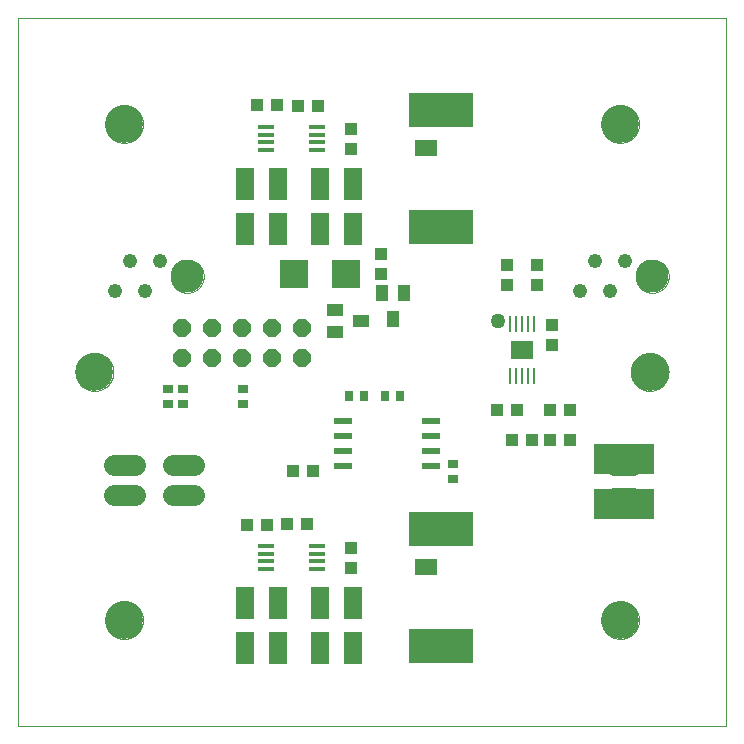
<source format=gts>
G75*
%MOIN*%
%OFA0B0*%
%FSLAX25Y25*%
%IPPOS*%
%LPD*%
%AMOC8*
5,1,8,0,0,1.08239X$1,22.5*
%
%ADD10C,0.00000*%
%ADD11C,0.12598*%
%ADD12C,0.11024*%
%ADD13R,0.03937X0.04331*%
%ADD14R,0.06299X0.10630*%
%ADD15R,0.04331X0.03937*%
%ADD16R,0.09449X0.09449*%
%ADD17R,0.05512X0.03937*%
%ADD18R,0.03937X0.05512*%
%ADD19R,0.05433X0.01772*%
%ADD20C,0.06000*%
%ADD21R,0.07480X0.05512*%
%ADD22R,0.21260X0.11417*%
%ADD23C,0.05000*%
%ADD24R,0.01100X0.05600*%
%ADD25R,0.07400X0.06200*%
%ADD26R,0.06100X0.02100*%
%ADD27R,0.03543X0.02756*%
%ADD28R,0.02756X0.03543*%
%ADD29OC8,0.06000*%
%ADD30C,0.07087*%
%ADD31C,0.04800*%
%ADD32R,0.20000X0.10000*%
D10*
X0001000Y0001000D02*
X0001000Y0237220D01*
X0237220Y0237220D01*
X0237220Y0001000D01*
X0001000Y0001000D01*
X0030134Y0036433D02*
X0030136Y0036591D01*
X0030142Y0036749D01*
X0030152Y0036907D01*
X0030166Y0037065D01*
X0030184Y0037222D01*
X0030205Y0037379D01*
X0030231Y0037535D01*
X0030261Y0037691D01*
X0030294Y0037846D01*
X0030332Y0037999D01*
X0030373Y0038152D01*
X0030418Y0038304D01*
X0030467Y0038455D01*
X0030520Y0038604D01*
X0030576Y0038752D01*
X0030636Y0038898D01*
X0030700Y0039043D01*
X0030768Y0039186D01*
X0030839Y0039328D01*
X0030913Y0039468D01*
X0030991Y0039605D01*
X0031073Y0039741D01*
X0031157Y0039875D01*
X0031246Y0040006D01*
X0031337Y0040135D01*
X0031432Y0040262D01*
X0031529Y0040387D01*
X0031630Y0040509D01*
X0031734Y0040628D01*
X0031841Y0040745D01*
X0031951Y0040859D01*
X0032064Y0040970D01*
X0032179Y0041079D01*
X0032297Y0041184D01*
X0032418Y0041286D01*
X0032541Y0041386D01*
X0032667Y0041482D01*
X0032795Y0041575D01*
X0032925Y0041665D01*
X0033058Y0041751D01*
X0033193Y0041835D01*
X0033329Y0041914D01*
X0033468Y0041991D01*
X0033609Y0042063D01*
X0033751Y0042133D01*
X0033895Y0042198D01*
X0034041Y0042260D01*
X0034188Y0042318D01*
X0034337Y0042373D01*
X0034487Y0042424D01*
X0034638Y0042471D01*
X0034790Y0042514D01*
X0034943Y0042553D01*
X0035098Y0042589D01*
X0035253Y0042620D01*
X0035409Y0042648D01*
X0035565Y0042672D01*
X0035722Y0042692D01*
X0035880Y0042708D01*
X0036037Y0042720D01*
X0036196Y0042728D01*
X0036354Y0042732D01*
X0036512Y0042732D01*
X0036670Y0042728D01*
X0036829Y0042720D01*
X0036986Y0042708D01*
X0037144Y0042692D01*
X0037301Y0042672D01*
X0037457Y0042648D01*
X0037613Y0042620D01*
X0037768Y0042589D01*
X0037923Y0042553D01*
X0038076Y0042514D01*
X0038228Y0042471D01*
X0038379Y0042424D01*
X0038529Y0042373D01*
X0038678Y0042318D01*
X0038825Y0042260D01*
X0038971Y0042198D01*
X0039115Y0042133D01*
X0039257Y0042063D01*
X0039398Y0041991D01*
X0039537Y0041914D01*
X0039673Y0041835D01*
X0039808Y0041751D01*
X0039941Y0041665D01*
X0040071Y0041575D01*
X0040199Y0041482D01*
X0040325Y0041386D01*
X0040448Y0041286D01*
X0040569Y0041184D01*
X0040687Y0041079D01*
X0040802Y0040970D01*
X0040915Y0040859D01*
X0041025Y0040745D01*
X0041132Y0040628D01*
X0041236Y0040509D01*
X0041337Y0040387D01*
X0041434Y0040262D01*
X0041529Y0040135D01*
X0041620Y0040006D01*
X0041709Y0039875D01*
X0041793Y0039741D01*
X0041875Y0039605D01*
X0041953Y0039468D01*
X0042027Y0039328D01*
X0042098Y0039186D01*
X0042166Y0039043D01*
X0042230Y0038898D01*
X0042290Y0038752D01*
X0042346Y0038604D01*
X0042399Y0038455D01*
X0042448Y0038304D01*
X0042493Y0038152D01*
X0042534Y0037999D01*
X0042572Y0037846D01*
X0042605Y0037691D01*
X0042635Y0037535D01*
X0042661Y0037379D01*
X0042682Y0037222D01*
X0042700Y0037065D01*
X0042714Y0036907D01*
X0042724Y0036749D01*
X0042730Y0036591D01*
X0042732Y0036433D01*
X0042730Y0036275D01*
X0042724Y0036117D01*
X0042714Y0035959D01*
X0042700Y0035801D01*
X0042682Y0035644D01*
X0042661Y0035487D01*
X0042635Y0035331D01*
X0042605Y0035175D01*
X0042572Y0035020D01*
X0042534Y0034867D01*
X0042493Y0034714D01*
X0042448Y0034562D01*
X0042399Y0034411D01*
X0042346Y0034262D01*
X0042290Y0034114D01*
X0042230Y0033968D01*
X0042166Y0033823D01*
X0042098Y0033680D01*
X0042027Y0033538D01*
X0041953Y0033398D01*
X0041875Y0033261D01*
X0041793Y0033125D01*
X0041709Y0032991D01*
X0041620Y0032860D01*
X0041529Y0032731D01*
X0041434Y0032604D01*
X0041337Y0032479D01*
X0041236Y0032357D01*
X0041132Y0032238D01*
X0041025Y0032121D01*
X0040915Y0032007D01*
X0040802Y0031896D01*
X0040687Y0031787D01*
X0040569Y0031682D01*
X0040448Y0031580D01*
X0040325Y0031480D01*
X0040199Y0031384D01*
X0040071Y0031291D01*
X0039941Y0031201D01*
X0039808Y0031115D01*
X0039673Y0031031D01*
X0039537Y0030952D01*
X0039398Y0030875D01*
X0039257Y0030803D01*
X0039115Y0030733D01*
X0038971Y0030668D01*
X0038825Y0030606D01*
X0038678Y0030548D01*
X0038529Y0030493D01*
X0038379Y0030442D01*
X0038228Y0030395D01*
X0038076Y0030352D01*
X0037923Y0030313D01*
X0037768Y0030277D01*
X0037613Y0030246D01*
X0037457Y0030218D01*
X0037301Y0030194D01*
X0037144Y0030174D01*
X0036986Y0030158D01*
X0036829Y0030146D01*
X0036670Y0030138D01*
X0036512Y0030134D01*
X0036354Y0030134D01*
X0036196Y0030138D01*
X0036037Y0030146D01*
X0035880Y0030158D01*
X0035722Y0030174D01*
X0035565Y0030194D01*
X0035409Y0030218D01*
X0035253Y0030246D01*
X0035098Y0030277D01*
X0034943Y0030313D01*
X0034790Y0030352D01*
X0034638Y0030395D01*
X0034487Y0030442D01*
X0034337Y0030493D01*
X0034188Y0030548D01*
X0034041Y0030606D01*
X0033895Y0030668D01*
X0033751Y0030733D01*
X0033609Y0030803D01*
X0033468Y0030875D01*
X0033329Y0030952D01*
X0033193Y0031031D01*
X0033058Y0031115D01*
X0032925Y0031201D01*
X0032795Y0031291D01*
X0032667Y0031384D01*
X0032541Y0031480D01*
X0032418Y0031580D01*
X0032297Y0031682D01*
X0032179Y0031787D01*
X0032064Y0031896D01*
X0031951Y0032007D01*
X0031841Y0032121D01*
X0031734Y0032238D01*
X0031630Y0032357D01*
X0031529Y0032479D01*
X0031432Y0032604D01*
X0031337Y0032731D01*
X0031246Y0032860D01*
X0031157Y0032991D01*
X0031073Y0033125D01*
X0030991Y0033261D01*
X0030913Y0033398D01*
X0030839Y0033538D01*
X0030768Y0033680D01*
X0030700Y0033823D01*
X0030636Y0033968D01*
X0030576Y0034114D01*
X0030520Y0034262D01*
X0030467Y0034411D01*
X0030418Y0034562D01*
X0030373Y0034714D01*
X0030332Y0034867D01*
X0030294Y0035020D01*
X0030261Y0035175D01*
X0030231Y0035331D01*
X0030205Y0035487D01*
X0030184Y0035644D01*
X0030166Y0035801D01*
X0030152Y0035959D01*
X0030142Y0036117D01*
X0030136Y0036275D01*
X0030134Y0036433D01*
X0020292Y0119110D02*
X0020294Y0119268D01*
X0020300Y0119426D01*
X0020310Y0119584D01*
X0020324Y0119742D01*
X0020342Y0119899D01*
X0020363Y0120056D01*
X0020389Y0120212D01*
X0020419Y0120368D01*
X0020452Y0120523D01*
X0020490Y0120676D01*
X0020531Y0120829D01*
X0020576Y0120981D01*
X0020625Y0121132D01*
X0020678Y0121281D01*
X0020734Y0121429D01*
X0020794Y0121575D01*
X0020858Y0121720D01*
X0020926Y0121863D01*
X0020997Y0122005D01*
X0021071Y0122145D01*
X0021149Y0122282D01*
X0021231Y0122418D01*
X0021315Y0122552D01*
X0021404Y0122683D01*
X0021495Y0122812D01*
X0021590Y0122939D01*
X0021687Y0123064D01*
X0021788Y0123186D01*
X0021892Y0123305D01*
X0021999Y0123422D01*
X0022109Y0123536D01*
X0022222Y0123647D01*
X0022337Y0123756D01*
X0022455Y0123861D01*
X0022576Y0123963D01*
X0022699Y0124063D01*
X0022825Y0124159D01*
X0022953Y0124252D01*
X0023083Y0124342D01*
X0023216Y0124428D01*
X0023351Y0124512D01*
X0023487Y0124591D01*
X0023626Y0124668D01*
X0023767Y0124740D01*
X0023909Y0124810D01*
X0024053Y0124875D01*
X0024199Y0124937D01*
X0024346Y0124995D01*
X0024495Y0125050D01*
X0024645Y0125101D01*
X0024796Y0125148D01*
X0024948Y0125191D01*
X0025101Y0125230D01*
X0025256Y0125266D01*
X0025411Y0125297D01*
X0025567Y0125325D01*
X0025723Y0125349D01*
X0025880Y0125369D01*
X0026038Y0125385D01*
X0026195Y0125397D01*
X0026354Y0125405D01*
X0026512Y0125409D01*
X0026670Y0125409D01*
X0026828Y0125405D01*
X0026987Y0125397D01*
X0027144Y0125385D01*
X0027302Y0125369D01*
X0027459Y0125349D01*
X0027615Y0125325D01*
X0027771Y0125297D01*
X0027926Y0125266D01*
X0028081Y0125230D01*
X0028234Y0125191D01*
X0028386Y0125148D01*
X0028537Y0125101D01*
X0028687Y0125050D01*
X0028836Y0124995D01*
X0028983Y0124937D01*
X0029129Y0124875D01*
X0029273Y0124810D01*
X0029415Y0124740D01*
X0029556Y0124668D01*
X0029695Y0124591D01*
X0029831Y0124512D01*
X0029966Y0124428D01*
X0030099Y0124342D01*
X0030229Y0124252D01*
X0030357Y0124159D01*
X0030483Y0124063D01*
X0030606Y0123963D01*
X0030727Y0123861D01*
X0030845Y0123756D01*
X0030960Y0123647D01*
X0031073Y0123536D01*
X0031183Y0123422D01*
X0031290Y0123305D01*
X0031394Y0123186D01*
X0031495Y0123064D01*
X0031592Y0122939D01*
X0031687Y0122812D01*
X0031778Y0122683D01*
X0031867Y0122552D01*
X0031951Y0122418D01*
X0032033Y0122282D01*
X0032111Y0122145D01*
X0032185Y0122005D01*
X0032256Y0121863D01*
X0032324Y0121720D01*
X0032388Y0121575D01*
X0032448Y0121429D01*
X0032504Y0121281D01*
X0032557Y0121132D01*
X0032606Y0120981D01*
X0032651Y0120829D01*
X0032692Y0120676D01*
X0032730Y0120523D01*
X0032763Y0120368D01*
X0032793Y0120212D01*
X0032819Y0120056D01*
X0032840Y0119899D01*
X0032858Y0119742D01*
X0032872Y0119584D01*
X0032882Y0119426D01*
X0032888Y0119268D01*
X0032890Y0119110D01*
X0032888Y0118952D01*
X0032882Y0118794D01*
X0032872Y0118636D01*
X0032858Y0118478D01*
X0032840Y0118321D01*
X0032819Y0118164D01*
X0032793Y0118008D01*
X0032763Y0117852D01*
X0032730Y0117697D01*
X0032692Y0117544D01*
X0032651Y0117391D01*
X0032606Y0117239D01*
X0032557Y0117088D01*
X0032504Y0116939D01*
X0032448Y0116791D01*
X0032388Y0116645D01*
X0032324Y0116500D01*
X0032256Y0116357D01*
X0032185Y0116215D01*
X0032111Y0116075D01*
X0032033Y0115938D01*
X0031951Y0115802D01*
X0031867Y0115668D01*
X0031778Y0115537D01*
X0031687Y0115408D01*
X0031592Y0115281D01*
X0031495Y0115156D01*
X0031394Y0115034D01*
X0031290Y0114915D01*
X0031183Y0114798D01*
X0031073Y0114684D01*
X0030960Y0114573D01*
X0030845Y0114464D01*
X0030727Y0114359D01*
X0030606Y0114257D01*
X0030483Y0114157D01*
X0030357Y0114061D01*
X0030229Y0113968D01*
X0030099Y0113878D01*
X0029966Y0113792D01*
X0029831Y0113708D01*
X0029695Y0113629D01*
X0029556Y0113552D01*
X0029415Y0113480D01*
X0029273Y0113410D01*
X0029129Y0113345D01*
X0028983Y0113283D01*
X0028836Y0113225D01*
X0028687Y0113170D01*
X0028537Y0113119D01*
X0028386Y0113072D01*
X0028234Y0113029D01*
X0028081Y0112990D01*
X0027926Y0112954D01*
X0027771Y0112923D01*
X0027615Y0112895D01*
X0027459Y0112871D01*
X0027302Y0112851D01*
X0027144Y0112835D01*
X0026987Y0112823D01*
X0026828Y0112815D01*
X0026670Y0112811D01*
X0026512Y0112811D01*
X0026354Y0112815D01*
X0026195Y0112823D01*
X0026038Y0112835D01*
X0025880Y0112851D01*
X0025723Y0112871D01*
X0025567Y0112895D01*
X0025411Y0112923D01*
X0025256Y0112954D01*
X0025101Y0112990D01*
X0024948Y0113029D01*
X0024796Y0113072D01*
X0024645Y0113119D01*
X0024495Y0113170D01*
X0024346Y0113225D01*
X0024199Y0113283D01*
X0024053Y0113345D01*
X0023909Y0113410D01*
X0023767Y0113480D01*
X0023626Y0113552D01*
X0023487Y0113629D01*
X0023351Y0113708D01*
X0023216Y0113792D01*
X0023083Y0113878D01*
X0022953Y0113968D01*
X0022825Y0114061D01*
X0022699Y0114157D01*
X0022576Y0114257D01*
X0022455Y0114359D01*
X0022337Y0114464D01*
X0022222Y0114573D01*
X0022109Y0114684D01*
X0021999Y0114798D01*
X0021892Y0114915D01*
X0021788Y0115034D01*
X0021687Y0115156D01*
X0021590Y0115281D01*
X0021495Y0115408D01*
X0021404Y0115537D01*
X0021315Y0115668D01*
X0021231Y0115802D01*
X0021149Y0115938D01*
X0021071Y0116075D01*
X0020997Y0116215D01*
X0020926Y0116357D01*
X0020858Y0116500D01*
X0020794Y0116645D01*
X0020734Y0116791D01*
X0020678Y0116939D01*
X0020625Y0117088D01*
X0020576Y0117239D01*
X0020531Y0117391D01*
X0020490Y0117544D01*
X0020452Y0117697D01*
X0020419Y0117852D01*
X0020389Y0118008D01*
X0020363Y0118164D01*
X0020342Y0118321D01*
X0020324Y0118478D01*
X0020310Y0118636D01*
X0020300Y0118794D01*
X0020294Y0118952D01*
X0020292Y0119110D01*
X0051988Y0151000D02*
X0051990Y0151148D01*
X0051996Y0151296D01*
X0052006Y0151444D01*
X0052020Y0151591D01*
X0052038Y0151738D01*
X0052059Y0151884D01*
X0052085Y0152030D01*
X0052115Y0152175D01*
X0052148Y0152319D01*
X0052186Y0152462D01*
X0052227Y0152604D01*
X0052272Y0152745D01*
X0052320Y0152885D01*
X0052373Y0153024D01*
X0052429Y0153161D01*
X0052489Y0153296D01*
X0052552Y0153430D01*
X0052619Y0153562D01*
X0052690Y0153692D01*
X0052764Y0153820D01*
X0052841Y0153946D01*
X0052922Y0154070D01*
X0053006Y0154192D01*
X0053093Y0154311D01*
X0053184Y0154428D01*
X0053278Y0154543D01*
X0053374Y0154655D01*
X0053474Y0154765D01*
X0053576Y0154871D01*
X0053682Y0154975D01*
X0053790Y0155076D01*
X0053901Y0155174D01*
X0054014Y0155270D01*
X0054130Y0155362D01*
X0054248Y0155451D01*
X0054369Y0155536D01*
X0054492Y0155619D01*
X0054617Y0155698D01*
X0054744Y0155774D01*
X0054873Y0155846D01*
X0055004Y0155915D01*
X0055137Y0155980D01*
X0055272Y0156041D01*
X0055408Y0156099D01*
X0055545Y0156154D01*
X0055684Y0156204D01*
X0055825Y0156251D01*
X0055966Y0156294D01*
X0056109Y0156334D01*
X0056253Y0156369D01*
X0056397Y0156401D01*
X0056543Y0156428D01*
X0056689Y0156452D01*
X0056836Y0156472D01*
X0056983Y0156488D01*
X0057130Y0156500D01*
X0057278Y0156508D01*
X0057426Y0156512D01*
X0057574Y0156512D01*
X0057722Y0156508D01*
X0057870Y0156500D01*
X0058017Y0156488D01*
X0058164Y0156472D01*
X0058311Y0156452D01*
X0058457Y0156428D01*
X0058603Y0156401D01*
X0058747Y0156369D01*
X0058891Y0156334D01*
X0059034Y0156294D01*
X0059175Y0156251D01*
X0059316Y0156204D01*
X0059455Y0156154D01*
X0059592Y0156099D01*
X0059728Y0156041D01*
X0059863Y0155980D01*
X0059996Y0155915D01*
X0060127Y0155846D01*
X0060256Y0155774D01*
X0060383Y0155698D01*
X0060508Y0155619D01*
X0060631Y0155536D01*
X0060752Y0155451D01*
X0060870Y0155362D01*
X0060986Y0155270D01*
X0061099Y0155174D01*
X0061210Y0155076D01*
X0061318Y0154975D01*
X0061424Y0154871D01*
X0061526Y0154765D01*
X0061626Y0154655D01*
X0061722Y0154543D01*
X0061816Y0154428D01*
X0061907Y0154311D01*
X0061994Y0154192D01*
X0062078Y0154070D01*
X0062159Y0153946D01*
X0062236Y0153820D01*
X0062310Y0153692D01*
X0062381Y0153562D01*
X0062448Y0153430D01*
X0062511Y0153296D01*
X0062571Y0153161D01*
X0062627Y0153024D01*
X0062680Y0152885D01*
X0062728Y0152745D01*
X0062773Y0152604D01*
X0062814Y0152462D01*
X0062852Y0152319D01*
X0062885Y0152175D01*
X0062915Y0152030D01*
X0062941Y0151884D01*
X0062962Y0151738D01*
X0062980Y0151591D01*
X0062994Y0151444D01*
X0063004Y0151296D01*
X0063010Y0151148D01*
X0063012Y0151000D01*
X0063010Y0150852D01*
X0063004Y0150704D01*
X0062994Y0150556D01*
X0062980Y0150409D01*
X0062962Y0150262D01*
X0062941Y0150116D01*
X0062915Y0149970D01*
X0062885Y0149825D01*
X0062852Y0149681D01*
X0062814Y0149538D01*
X0062773Y0149396D01*
X0062728Y0149255D01*
X0062680Y0149115D01*
X0062627Y0148976D01*
X0062571Y0148839D01*
X0062511Y0148704D01*
X0062448Y0148570D01*
X0062381Y0148438D01*
X0062310Y0148308D01*
X0062236Y0148180D01*
X0062159Y0148054D01*
X0062078Y0147930D01*
X0061994Y0147808D01*
X0061907Y0147689D01*
X0061816Y0147572D01*
X0061722Y0147457D01*
X0061626Y0147345D01*
X0061526Y0147235D01*
X0061424Y0147129D01*
X0061318Y0147025D01*
X0061210Y0146924D01*
X0061099Y0146826D01*
X0060986Y0146730D01*
X0060870Y0146638D01*
X0060752Y0146549D01*
X0060631Y0146464D01*
X0060508Y0146381D01*
X0060383Y0146302D01*
X0060256Y0146226D01*
X0060127Y0146154D01*
X0059996Y0146085D01*
X0059863Y0146020D01*
X0059728Y0145959D01*
X0059592Y0145901D01*
X0059455Y0145846D01*
X0059316Y0145796D01*
X0059175Y0145749D01*
X0059034Y0145706D01*
X0058891Y0145666D01*
X0058747Y0145631D01*
X0058603Y0145599D01*
X0058457Y0145572D01*
X0058311Y0145548D01*
X0058164Y0145528D01*
X0058017Y0145512D01*
X0057870Y0145500D01*
X0057722Y0145492D01*
X0057574Y0145488D01*
X0057426Y0145488D01*
X0057278Y0145492D01*
X0057130Y0145500D01*
X0056983Y0145512D01*
X0056836Y0145528D01*
X0056689Y0145548D01*
X0056543Y0145572D01*
X0056397Y0145599D01*
X0056253Y0145631D01*
X0056109Y0145666D01*
X0055966Y0145706D01*
X0055825Y0145749D01*
X0055684Y0145796D01*
X0055545Y0145846D01*
X0055408Y0145901D01*
X0055272Y0145959D01*
X0055137Y0146020D01*
X0055004Y0146085D01*
X0054873Y0146154D01*
X0054744Y0146226D01*
X0054617Y0146302D01*
X0054492Y0146381D01*
X0054369Y0146464D01*
X0054248Y0146549D01*
X0054130Y0146638D01*
X0054014Y0146730D01*
X0053901Y0146826D01*
X0053790Y0146924D01*
X0053682Y0147025D01*
X0053576Y0147129D01*
X0053474Y0147235D01*
X0053374Y0147345D01*
X0053278Y0147457D01*
X0053184Y0147572D01*
X0053093Y0147689D01*
X0053006Y0147808D01*
X0052922Y0147930D01*
X0052841Y0148054D01*
X0052764Y0148180D01*
X0052690Y0148308D01*
X0052619Y0148438D01*
X0052552Y0148570D01*
X0052489Y0148704D01*
X0052429Y0148839D01*
X0052373Y0148976D01*
X0052320Y0149115D01*
X0052272Y0149255D01*
X0052227Y0149396D01*
X0052186Y0149538D01*
X0052148Y0149681D01*
X0052115Y0149825D01*
X0052085Y0149970D01*
X0052059Y0150116D01*
X0052038Y0150262D01*
X0052020Y0150409D01*
X0052006Y0150556D01*
X0051996Y0150704D01*
X0051990Y0150852D01*
X0051988Y0151000D01*
X0030134Y0201787D02*
X0030136Y0201945D01*
X0030142Y0202103D01*
X0030152Y0202261D01*
X0030166Y0202419D01*
X0030184Y0202576D01*
X0030205Y0202733D01*
X0030231Y0202889D01*
X0030261Y0203045D01*
X0030294Y0203200D01*
X0030332Y0203353D01*
X0030373Y0203506D01*
X0030418Y0203658D01*
X0030467Y0203809D01*
X0030520Y0203958D01*
X0030576Y0204106D01*
X0030636Y0204252D01*
X0030700Y0204397D01*
X0030768Y0204540D01*
X0030839Y0204682D01*
X0030913Y0204822D01*
X0030991Y0204959D01*
X0031073Y0205095D01*
X0031157Y0205229D01*
X0031246Y0205360D01*
X0031337Y0205489D01*
X0031432Y0205616D01*
X0031529Y0205741D01*
X0031630Y0205863D01*
X0031734Y0205982D01*
X0031841Y0206099D01*
X0031951Y0206213D01*
X0032064Y0206324D01*
X0032179Y0206433D01*
X0032297Y0206538D01*
X0032418Y0206640D01*
X0032541Y0206740D01*
X0032667Y0206836D01*
X0032795Y0206929D01*
X0032925Y0207019D01*
X0033058Y0207105D01*
X0033193Y0207189D01*
X0033329Y0207268D01*
X0033468Y0207345D01*
X0033609Y0207417D01*
X0033751Y0207487D01*
X0033895Y0207552D01*
X0034041Y0207614D01*
X0034188Y0207672D01*
X0034337Y0207727D01*
X0034487Y0207778D01*
X0034638Y0207825D01*
X0034790Y0207868D01*
X0034943Y0207907D01*
X0035098Y0207943D01*
X0035253Y0207974D01*
X0035409Y0208002D01*
X0035565Y0208026D01*
X0035722Y0208046D01*
X0035880Y0208062D01*
X0036037Y0208074D01*
X0036196Y0208082D01*
X0036354Y0208086D01*
X0036512Y0208086D01*
X0036670Y0208082D01*
X0036829Y0208074D01*
X0036986Y0208062D01*
X0037144Y0208046D01*
X0037301Y0208026D01*
X0037457Y0208002D01*
X0037613Y0207974D01*
X0037768Y0207943D01*
X0037923Y0207907D01*
X0038076Y0207868D01*
X0038228Y0207825D01*
X0038379Y0207778D01*
X0038529Y0207727D01*
X0038678Y0207672D01*
X0038825Y0207614D01*
X0038971Y0207552D01*
X0039115Y0207487D01*
X0039257Y0207417D01*
X0039398Y0207345D01*
X0039537Y0207268D01*
X0039673Y0207189D01*
X0039808Y0207105D01*
X0039941Y0207019D01*
X0040071Y0206929D01*
X0040199Y0206836D01*
X0040325Y0206740D01*
X0040448Y0206640D01*
X0040569Y0206538D01*
X0040687Y0206433D01*
X0040802Y0206324D01*
X0040915Y0206213D01*
X0041025Y0206099D01*
X0041132Y0205982D01*
X0041236Y0205863D01*
X0041337Y0205741D01*
X0041434Y0205616D01*
X0041529Y0205489D01*
X0041620Y0205360D01*
X0041709Y0205229D01*
X0041793Y0205095D01*
X0041875Y0204959D01*
X0041953Y0204822D01*
X0042027Y0204682D01*
X0042098Y0204540D01*
X0042166Y0204397D01*
X0042230Y0204252D01*
X0042290Y0204106D01*
X0042346Y0203958D01*
X0042399Y0203809D01*
X0042448Y0203658D01*
X0042493Y0203506D01*
X0042534Y0203353D01*
X0042572Y0203200D01*
X0042605Y0203045D01*
X0042635Y0202889D01*
X0042661Y0202733D01*
X0042682Y0202576D01*
X0042700Y0202419D01*
X0042714Y0202261D01*
X0042724Y0202103D01*
X0042730Y0201945D01*
X0042732Y0201787D01*
X0042730Y0201629D01*
X0042724Y0201471D01*
X0042714Y0201313D01*
X0042700Y0201155D01*
X0042682Y0200998D01*
X0042661Y0200841D01*
X0042635Y0200685D01*
X0042605Y0200529D01*
X0042572Y0200374D01*
X0042534Y0200221D01*
X0042493Y0200068D01*
X0042448Y0199916D01*
X0042399Y0199765D01*
X0042346Y0199616D01*
X0042290Y0199468D01*
X0042230Y0199322D01*
X0042166Y0199177D01*
X0042098Y0199034D01*
X0042027Y0198892D01*
X0041953Y0198752D01*
X0041875Y0198615D01*
X0041793Y0198479D01*
X0041709Y0198345D01*
X0041620Y0198214D01*
X0041529Y0198085D01*
X0041434Y0197958D01*
X0041337Y0197833D01*
X0041236Y0197711D01*
X0041132Y0197592D01*
X0041025Y0197475D01*
X0040915Y0197361D01*
X0040802Y0197250D01*
X0040687Y0197141D01*
X0040569Y0197036D01*
X0040448Y0196934D01*
X0040325Y0196834D01*
X0040199Y0196738D01*
X0040071Y0196645D01*
X0039941Y0196555D01*
X0039808Y0196469D01*
X0039673Y0196385D01*
X0039537Y0196306D01*
X0039398Y0196229D01*
X0039257Y0196157D01*
X0039115Y0196087D01*
X0038971Y0196022D01*
X0038825Y0195960D01*
X0038678Y0195902D01*
X0038529Y0195847D01*
X0038379Y0195796D01*
X0038228Y0195749D01*
X0038076Y0195706D01*
X0037923Y0195667D01*
X0037768Y0195631D01*
X0037613Y0195600D01*
X0037457Y0195572D01*
X0037301Y0195548D01*
X0037144Y0195528D01*
X0036986Y0195512D01*
X0036829Y0195500D01*
X0036670Y0195492D01*
X0036512Y0195488D01*
X0036354Y0195488D01*
X0036196Y0195492D01*
X0036037Y0195500D01*
X0035880Y0195512D01*
X0035722Y0195528D01*
X0035565Y0195548D01*
X0035409Y0195572D01*
X0035253Y0195600D01*
X0035098Y0195631D01*
X0034943Y0195667D01*
X0034790Y0195706D01*
X0034638Y0195749D01*
X0034487Y0195796D01*
X0034337Y0195847D01*
X0034188Y0195902D01*
X0034041Y0195960D01*
X0033895Y0196022D01*
X0033751Y0196087D01*
X0033609Y0196157D01*
X0033468Y0196229D01*
X0033329Y0196306D01*
X0033193Y0196385D01*
X0033058Y0196469D01*
X0032925Y0196555D01*
X0032795Y0196645D01*
X0032667Y0196738D01*
X0032541Y0196834D01*
X0032418Y0196934D01*
X0032297Y0197036D01*
X0032179Y0197141D01*
X0032064Y0197250D01*
X0031951Y0197361D01*
X0031841Y0197475D01*
X0031734Y0197592D01*
X0031630Y0197711D01*
X0031529Y0197833D01*
X0031432Y0197958D01*
X0031337Y0198085D01*
X0031246Y0198214D01*
X0031157Y0198345D01*
X0031073Y0198479D01*
X0030991Y0198615D01*
X0030913Y0198752D01*
X0030839Y0198892D01*
X0030768Y0199034D01*
X0030700Y0199177D01*
X0030636Y0199322D01*
X0030576Y0199468D01*
X0030520Y0199616D01*
X0030467Y0199765D01*
X0030418Y0199916D01*
X0030373Y0200068D01*
X0030332Y0200221D01*
X0030294Y0200374D01*
X0030261Y0200529D01*
X0030231Y0200685D01*
X0030205Y0200841D01*
X0030184Y0200998D01*
X0030166Y0201155D01*
X0030152Y0201313D01*
X0030142Y0201471D01*
X0030136Y0201629D01*
X0030134Y0201787D01*
X0195488Y0201787D02*
X0195490Y0201945D01*
X0195496Y0202103D01*
X0195506Y0202261D01*
X0195520Y0202419D01*
X0195538Y0202576D01*
X0195559Y0202733D01*
X0195585Y0202889D01*
X0195615Y0203045D01*
X0195648Y0203200D01*
X0195686Y0203353D01*
X0195727Y0203506D01*
X0195772Y0203658D01*
X0195821Y0203809D01*
X0195874Y0203958D01*
X0195930Y0204106D01*
X0195990Y0204252D01*
X0196054Y0204397D01*
X0196122Y0204540D01*
X0196193Y0204682D01*
X0196267Y0204822D01*
X0196345Y0204959D01*
X0196427Y0205095D01*
X0196511Y0205229D01*
X0196600Y0205360D01*
X0196691Y0205489D01*
X0196786Y0205616D01*
X0196883Y0205741D01*
X0196984Y0205863D01*
X0197088Y0205982D01*
X0197195Y0206099D01*
X0197305Y0206213D01*
X0197418Y0206324D01*
X0197533Y0206433D01*
X0197651Y0206538D01*
X0197772Y0206640D01*
X0197895Y0206740D01*
X0198021Y0206836D01*
X0198149Y0206929D01*
X0198279Y0207019D01*
X0198412Y0207105D01*
X0198547Y0207189D01*
X0198683Y0207268D01*
X0198822Y0207345D01*
X0198963Y0207417D01*
X0199105Y0207487D01*
X0199249Y0207552D01*
X0199395Y0207614D01*
X0199542Y0207672D01*
X0199691Y0207727D01*
X0199841Y0207778D01*
X0199992Y0207825D01*
X0200144Y0207868D01*
X0200297Y0207907D01*
X0200452Y0207943D01*
X0200607Y0207974D01*
X0200763Y0208002D01*
X0200919Y0208026D01*
X0201076Y0208046D01*
X0201234Y0208062D01*
X0201391Y0208074D01*
X0201550Y0208082D01*
X0201708Y0208086D01*
X0201866Y0208086D01*
X0202024Y0208082D01*
X0202183Y0208074D01*
X0202340Y0208062D01*
X0202498Y0208046D01*
X0202655Y0208026D01*
X0202811Y0208002D01*
X0202967Y0207974D01*
X0203122Y0207943D01*
X0203277Y0207907D01*
X0203430Y0207868D01*
X0203582Y0207825D01*
X0203733Y0207778D01*
X0203883Y0207727D01*
X0204032Y0207672D01*
X0204179Y0207614D01*
X0204325Y0207552D01*
X0204469Y0207487D01*
X0204611Y0207417D01*
X0204752Y0207345D01*
X0204891Y0207268D01*
X0205027Y0207189D01*
X0205162Y0207105D01*
X0205295Y0207019D01*
X0205425Y0206929D01*
X0205553Y0206836D01*
X0205679Y0206740D01*
X0205802Y0206640D01*
X0205923Y0206538D01*
X0206041Y0206433D01*
X0206156Y0206324D01*
X0206269Y0206213D01*
X0206379Y0206099D01*
X0206486Y0205982D01*
X0206590Y0205863D01*
X0206691Y0205741D01*
X0206788Y0205616D01*
X0206883Y0205489D01*
X0206974Y0205360D01*
X0207063Y0205229D01*
X0207147Y0205095D01*
X0207229Y0204959D01*
X0207307Y0204822D01*
X0207381Y0204682D01*
X0207452Y0204540D01*
X0207520Y0204397D01*
X0207584Y0204252D01*
X0207644Y0204106D01*
X0207700Y0203958D01*
X0207753Y0203809D01*
X0207802Y0203658D01*
X0207847Y0203506D01*
X0207888Y0203353D01*
X0207926Y0203200D01*
X0207959Y0203045D01*
X0207989Y0202889D01*
X0208015Y0202733D01*
X0208036Y0202576D01*
X0208054Y0202419D01*
X0208068Y0202261D01*
X0208078Y0202103D01*
X0208084Y0201945D01*
X0208086Y0201787D01*
X0208084Y0201629D01*
X0208078Y0201471D01*
X0208068Y0201313D01*
X0208054Y0201155D01*
X0208036Y0200998D01*
X0208015Y0200841D01*
X0207989Y0200685D01*
X0207959Y0200529D01*
X0207926Y0200374D01*
X0207888Y0200221D01*
X0207847Y0200068D01*
X0207802Y0199916D01*
X0207753Y0199765D01*
X0207700Y0199616D01*
X0207644Y0199468D01*
X0207584Y0199322D01*
X0207520Y0199177D01*
X0207452Y0199034D01*
X0207381Y0198892D01*
X0207307Y0198752D01*
X0207229Y0198615D01*
X0207147Y0198479D01*
X0207063Y0198345D01*
X0206974Y0198214D01*
X0206883Y0198085D01*
X0206788Y0197958D01*
X0206691Y0197833D01*
X0206590Y0197711D01*
X0206486Y0197592D01*
X0206379Y0197475D01*
X0206269Y0197361D01*
X0206156Y0197250D01*
X0206041Y0197141D01*
X0205923Y0197036D01*
X0205802Y0196934D01*
X0205679Y0196834D01*
X0205553Y0196738D01*
X0205425Y0196645D01*
X0205295Y0196555D01*
X0205162Y0196469D01*
X0205027Y0196385D01*
X0204891Y0196306D01*
X0204752Y0196229D01*
X0204611Y0196157D01*
X0204469Y0196087D01*
X0204325Y0196022D01*
X0204179Y0195960D01*
X0204032Y0195902D01*
X0203883Y0195847D01*
X0203733Y0195796D01*
X0203582Y0195749D01*
X0203430Y0195706D01*
X0203277Y0195667D01*
X0203122Y0195631D01*
X0202967Y0195600D01*
X0202811Y0195572D01*
X0202655Y0195548D01*
X0202498Y0195528D01*
X0202340Y0195512D01*
X0202183Y0195500D01*
X0202024Y0195492D01*
X0201866Y0195488D01*
X0201708Y0195488D01*
X0201550Y0195492D01*
X0201391Y0195500D01*
X0201234Y0195512D01*
X0201076Y0195528D01*
X0200919Y0195548D01*
X0200763Y0195572D01*
X0200607Y0195600D01*
X0200452Y0195631D01*
X0200297Y0195667D01*
X0200144Y0195706D01*
X0199992Y0195749D01*
X0199841Y0195796D01*
X0199691Y0195847D01*
X0199542Y0195902D01*
X0199395Y0195960D01*
X0199249Y0196022D01*
X0199105Y0196087D01*
X0198963Y0196157D01*
X0198822Y0196229D01*
X0198683Y0196306D01*
X0198547Y0196385D01*
X0198412Y0196469D01*
X0198279Y0196555D01*
X0198149Y0196645D01*
X0198021Y0196738D01*
X0197895Y0196834D01*
X0197772Y0196934D01*
X0197651Y0197036D01*
X0197533Y0197141D01*
X0197418Y0197250D01*
X0197305Y0197361D01*
X0197195Y0197475D01*
X0197088Y0197592D01*
X0196984Y0197711D01*
X0196883Y0197833D01*
X0196786Y0197958D01*
X0196691Y0198085D01*
X0196600Y0198214D01*
X0196511Y0198345D01*
X0196427Y0198479D01*
X0196345Y0198615D01*
X0196267Y0198752D01*
X0196193Y0198892D01*
X0196122Y0199034D01*
X0196054Y0199177D01*
X0195990Y0199322D01*
X0195930Y0199468D01*
X0195874Y0199616D01*
X0195821Y0199765D01*
X0195772Y0199916D01*
X0195727Y0200068D01*
X0195686Y0200221D01*
X0195648Y0200374D01*
X0195615Y0200529D01*
X0195585Y0200685D01*
X0195559Y0200841D01*
X0195538Y0200998D01*
X0195520Y0201155D01*
X0195506Y0201313D01*
X0195496Y0201471D01*
X0195490Y0201629D01*
X0195488Y0201787D01*
X0206988Y0151000D02*
X0206990Y0151148D01*
X0206996Y0151296D01*
X0207006Y0151444D01*
X0207020Y0151591D01*
X0207038Y0151738D01*
X0207059Y0151884D01*
X0207085Y0152030D01*
X0207115Y0152175D01*
X0207148Y0152319D01*
X0207186Y0152462D01*
X0207227Y0152604D01*
X0207272Y0152745D01*
X0207320Y0152885D01*
X0207373Y0153024D01*
X0207429Y0153161D01*
X0207489Y0153296D01*
X0207552Y0153430D01*
X0207619Y0153562D01*
X0207690Y0153692D01*
X0207764Y0153820D01*
X0207841Y0153946D01*
X0207922Y0154070D01*
X0208006Y0154192D01*
X0208093Y0154311D01*
X0208184Y0154428D01*
X0208278Y0154543D01*
X0208374Y0154655D01*
X0208474Y0154765D01*
X0208576Y0154871D01*
X0208682Y0154975D01*
X0208790Y0155076D01*
X0208901Y0155174D01*
X0209014Y0155270D01*
X0209130Y0155362D01*
X0209248Y0155451D01*
X0209369Y0155536D01*
X0209492Y0155619D01*
X0209617Y0155698D01*
X0209744Y0155774D01*
X0209873Y0155846D01*
X0210004Y0155915D01*
X0210137Y0155980D01*
X0210272Y0156041D01*
X0210408Y0156099D01*
X0210545Y0156154D01*
X0210684Y0156204D01*
X0210825Y0156251D01*
X0210966Y0156294D01*
X0211109Y0156334D01*
X0211253Y0156369D01*
X0211397Y0156401D01*
X0211543Y0156428D01*
X0211689Y0156452D01*
X0211836Y0156472D01*
X0211983Y0156488D01*
X0212130Y0156500D01*
X0212278Y0156508D01*
X0212426Y0156512D01*
X0212574Y0156512D01*
X0212722Y0156508D01*
X0212870Y0156500D01*
X0213017Y0156488D01*
X0213164Y0156472D01*
X0213311Y0156452D01*
X0213457Y0156428D01*
X0213603Y0156401D01*
X0213747Y0156369D01*
X0213891Y0156334D01*
X0214034Y0156294D01*
X0214175Y0156251D01*
X0214316Y0156204D01*
X0214455Y0156154D01*
X0214592Y0156099D01*
X0214728Y0156041D01*
X0214863Y0155980D01*
X0214996Y0155915D01*
X0215127Y0155846D01*
X0215256Y0155774D01*
X0215383Y0155698D01*
X0215508Y0155619D01*
X0215631Y0155536D01*
X0215752Y0155451D01*
X0215870Y0155362D01*
X0215986Y0155270D01*
X0216099Y0155174D01*
X0216210Y0155076D01*
X0216318Y0154975D01*
X0216424Y0154871D01*
X0216526Y0154765D01*
X0216626Y0154655D01*
X0216722Y0154543D01*
X0216816Y0154428D01*
X0216907Y0154311D01*
X0216994Y0154192D01*
X0217078Y0154070D01*
X0217159Y0153946D01*
X0217236Y0153820D01*
X0217310Y0153692D01*
X0217381Y0153562D01*
X0217448Y0153430D01*
X0217511Y0153296D01*
X0217571Y0153161D01*
X0217627Y0153024D01*
X0217680Y0152885D01*
X0217728Y0152745D01*
X0217773Y0152604D01*
X0217814Y0152462D01*
X0217852Y0152319D01*
X0217885Y0152175D01*
X0217915Y0152030D01*
X0217941Y0151884D01*
X0217962Y0151738D01*
X0217980Y0151591D01*
X0217994Y0151444D01*
X0218004Y0151296D01*
X0218010Y0151148D01*
X0218012Y0151000D01*
X0218010Y0150852D01*
X0218004Y0150704D01*
X0217994Y0150556D01*
X0217980Y0150409D01*
X0217962Y0150262D01*
X0217941Y0150116D01*
X0217915Y0149970D01*
X0217885Y0149825D01*
X0217852Y0149681D01*
X0217814Y0149538D01*
X0217773Y0149396D01*
X0217728Y0149255D01*
X0217680Y0149115D01*
X0217627Y0148976D01*
X0217571Y0148839D01*
X0217511Y0148704D01*
X0217448Y0148570D01*
X0217381Y0148438D01*
X0217310Y0148308D01*
X0217236Y0148180D01*
X0217159Y0148054D01*
X0217078Y0147930D01*
X0216994Y0147808D01*
X0216907Y0147689D01*
X0216816Y0147572D01*
X0216722Y0147457D01*
X0216626Y0147345D01*
X0216526Y0147235D01*
X0216424Y0147129D01*
X0216318Y0147025D01*
X0216210Y0146924D01*
X0216099Y0146826D01*
X0215986Y0146730D01*
X0215870Y0146638D01*
X0215752Y0146549D01*
X0215631Y0146464D01*
X0215508Y0146381D01*
X0215383Y0146302D01*
X0215256Y0146226D01*
X0215127Y0146154D01*
X0214996Y0146085D01*
X0214863Y0146020D01*
X0214728Y0145959D01*
X0214592Y0145901D01*
X0214455Y0145846D01*
X0214316Y0145796D01*
X0214175Y0145749D01*
X0214034Y0145706D01*
X0213891Y0145666D01*
X0213747Y0145631D01*
X0213603Y0145599D01*
X0213457Y0145572D01*
X0213311Y0145548D01*
X0213164Y0145528D01*
X0213017Y0145512D01*
X0212870Y0145500D01*
X0212722Y0145492D01*
X0212574Y0145488D01*
X0212426Y0145488D01*
X0212278Y0145492D01*
X0212130Y0145500D01*
X0211983Y0145512D01*
X0211836Y0145528D01*
X0211689Y0145548D01*
X0211543Y0145572D01*
X0211397Y0145599D01*
X0211253Y0145631D01*
X0211109Y0145666D01*
X0210966Y0145706D01*
X0210825Y0145749D01*
X0210684Y0145796D01*
X0210545Y0145846D01*
X0210408Y0145901D01*
X0210272Y0145959D01*
X0210137Y0146020D01*
X0210004Y0146085D01*
X0209873Y0146154D01*
X0209744Y0146226D01*
X0209617Y0146302D01*
X0209492Y0146381D01*
X0209369Y0146464D01*
X0209248Y0146549D01*
X0209130Y0146638D01*
X0209014Y0146730D01*
X0208901Y0146826D01*
X0208790Y0146924D01*
X0208682Y0147025D01*
X0208576Y0147129D01*
X0208474Y0147235D01*
X0208374Y0147345D01*
X0208278Y0147457D01*
X0208184Y0147572D01*
X0208093Y0147689D01*
X0208006Y0147808D01*
X0207922Y0147930D01*
X0207841Y0148054D01*
X0207764Y0148180D01*
X0207690Y0148308D01*
X0207619Y0148438D01*
X0207552Y0148570D01*
X0207489Y0148704D01*
X0207429Y0148839D01*
X0207373Y0148976D01*
X0207320Y0149115D01*
X0207272Y0149255D01*
X0207227Y0149396D01*
X0207186Y0149538D01*
X0207148Y0149681D01*
X0207115Y0149825D01*
X0207085Y0149970D01*
X0207059Y0150116D01*
X0207038Y0150262D01*
X0207020Y0150409D01*
X0207006Y0150556D01*
X0206996Y0150704D01*
X0206990Y0150852D01*
X0206988Y0151000D01*
X0205331Y0119110D02*
X0205333Y0119268D01*
X0205339Y0119426D01*
X0205349Y0119584D01*
X0205363Y0119742D01*
X0205381Y0119899D01*
X0205402Y0120056D01*
X0205428Y0120212D01*
X0205458Y0120368D01*
X0205491Y0120523D01*
X0205529Y0120676D01*
X0205570Y0120829D01*
X0205615Y0120981D01*
X0205664Y0121132D01*
X0205717Y0121281D01*
X0205773Y0121429D01*
X0205833Y0121575D01*
X0205897Y0121720D01*
X0205965Y0121863D01*
X0206036Y0122005D01*
X0206110Y0122145D01*
X0206188Y0122282D01*
X0206270Y0122418D01*
X0206354Y0122552D01*
X0206443Y0122683D01*
X0206534Y0122812D01*
X0206629Y0122939D01*
X0206726Y0123064D01*
X0206827Y0123186D01*
X0206931Y0123305D01*
X0207038Y0123422D01*
X0207148Y0123536D01*
X0207261Y0123647D01*
X0207376Y0123756D01*
X0207494Y0123861D01*
X0207615Y0123963D01*
X0207738Y0124063D01*
X0207864Y0124159D01*
X0207992Y0124252D01*
X0208122Y0124342D01*
X0208255Y0124428D01*
X0208390Y0124512D01*
X0208526Y0124591D01*
X0208665Y0124668D01*
X0208806Y0124740D01*
X0208948Y0124810D01*
X0209092Y0124875D01*
X0209238Y0124937D01*
X0209385Y0124995D01*
X0209534Y0125050D01*
X0209684Y0125101D01*
X0209835Y0125148D01*
X0209987Y0125191D01*
X0210140Y0125230D01*
X0210295Y0125266D01*
X0210450Y0125297D01*
X0210606Y0125325D01*
X0210762Y0125349D01*
X0210919Y0125369D01*
X0211077Y0125385D01*
X0211234Y0125397D01*
X0211393Y0125405D01*
X0211551Y0125409D01*
X0211709Y0125409D01*
X0211867Y0125405D01*
X0212026Y0125397D01*
X0212183Y0125385D01*
X0212341Y0125369D01*
X0212498Y0125349D01*
X0212654Y0125325D01*
X0212810Y0125297D01*
X0212965Y0125266D01*
X0213120Y0125230D01*
X0213273Y0125191D01*
X0213425Y0125148D01*
X0213576Y0125101D01*
X0213726Y0125050D01*
X0213875Y0124995D01*
X0214022Y0124937D01*
X0214168Y0124875D01*
X0214312Y0124810D01*
X0214454Y0124740D01*
X0214595Y0124668D01*
X0214734Y0124591D01*
X0214870Y0124512D01*
X0215005Y0124428D01*
X0215138Y0124342D01*
X0215268Y0124252D01*
X0215396Y0124159D01*
X0215522Y0124063D01*
X0215645Y0123963D01*
X0215766Y0123861D01*
X0215884Y0123756D01*
X0215999Y0123647D01*
X0216112Y0123536D01*
X0216222Y0123422D01*
X0216329Y0123305D01*
X0216433Y0123186D01*
X0216534Y0123064D01*
X0216631Y0122939D01*
X0216726Y0122812D01*
X0216817Y0122683D01*
X0216906Y0122552D01*
X0216990Y0122418D01*
X0217072Y0122282D01*
X0217150Y0122145D01*
X0217224Y0122005D01*
X0217295Y0121863D01*
X0217363Y0121720D01*
X0217427Y0121575D01*
X0217487Y0121429D01*
X0217543Y0121281D01*
X0217596Y0121132D01*
X0217645Y0120981D01*
X0217690Y0120829D01*
X0217731Y0120676D01*
X0217769Y0120523D01*
X0217802Y0120368D01*
X0217832Y0120212D01*
X0217858Y0120056D01*
X0217879Y0119899D01*
X0217897Y0119742D01*
X0217911Y0119584D01*
X0217921Y0119426D01*
X0217927Y0119268D01*
X0217929Y0119110D01*
X0217927Y0118952D01*
X0217921Y0118794D01*
X0217911Y0118636D01*
X0217897Y0118478D01*
X0217879Y0118321D01*
X0217858Y0118164D01*
X0217832Y0118008D01*
X0217802Y0117852D01*
X0217769Y0117697D01*
X0217731Y0117544D01*
X0217690Y0117391D01*
X0217645Y0117239D01*
X0217596Y0117088D01*
X0217543Y0116939D01*
X0217487Y0116791D01*
X0217427Y0116645D01*
X0217363Y0116500D01*
X0217295Y0116357D01*
X0217224Y0116215D01*
X0217150Y0116075D01*
X0217072Y0115938D01*
X0216990Y0115802D01*
X0216906Y0115668D01*
X0216817Y0115537D01*
X0216726Y0115408D01*
X0216631Y0115281D01*
X0216534Y0115156D01*
X0216433Y0115034D01*
X0216329Y0114915D01*
X0216222Y0114798D01*
X0216112Y0114684D01*
X0215999Y0114573D01*
X0215884Y0114464D01*
X0215766Y0114359D01*
X0215645Y0114257D01*
X0215522Y0114157D01*
X0215396Y0114061D01*
X0215268Y0113968D01*
X0215138Y0113878D01*
X0215005Y0113792D01*
X0214870Y0113708D01*
X0214734Y0113629D01*
X0214595Y0113552D01*
X0214454Y0113480D01*
X0214312Y0113410D01*
X0214168Y0113345D01*
X0214022Y0113283D01*
X0213875Y0113225D01*
X0213726Y0113170D01*
X0213576Y0113119D01*
X0213425Y0113072D01*
X0213273Y0113029D01*
X0213120Y0112990D01*
X0212965Y0112954D01*
X0212810Y0112923D01*
X0212654Y0112895D01*
X0212498Y0112871D01*
X0212341Y0112851D01*
X0212183Y0112835D01*
X0212026Y0112823D01*
X0211867Y0112815D01*
X0211709Y0112811D01*
X0211551Y0112811D01*
X0211393Y0112815D01*
X0211234Y0112823D01*
X0211077Y0112835D01*
X0210919Y0112851D01*
X0210762Y0112871D01*
X0210606Y0112895D01*
X0210450Y0112923D01*
X0210295Y0112954D01*
X0210140Y0112990D01*
X0209987Y0113029D01*
X0209835Y0113072D01*
X0209684Y0113119D01*
X0209534Y0113170D01*
X0209385Y0113225D01*
X0209238Y0113283D01*
X0209092Y0113345D01*
X0208948Y0113410D01*
X0208806Y0113480D01*
X0208665Y0113552D01*
X0208526Y0113629D01*
X0208390Y0113708D01*
X0208255Y0113792D01*
X0208122Y0113878D01*
X0207992Y0113968D01*
X0207864Y0114061D01*
X0207738Y0114157D01*
X0207615Y0114257D01*
X0207494Y0114359D01*
X0207376Y0114464D01*
X0207261Y0114573D01*
X0207148Y0114684D01*
X0207038Y0114798D01*
X0206931Y0114915D01*
X0206827Y0115034D01*
X0206726Y0115156D01*
X0206629Y0115281D01*
X0206534Y0115408D01*
X0206443Y0115537D01*
X0206354Y0115668D01*
X0206270Y0115802D01*
X0206188Y0115938D01*
X0206110Y0116075D01*
X0206036Y0116215D01*
X0205965Y0116357D01*
X0205897Y0116500D01*
X0205833Y0116645D01*
X0205773Y0116791D01*
X0205717Y0116939D01*
X0205664Y0117088D01*
X0205615Y0117239D01*
X0205570Y0117391D01*
X0205529Y0117544D01*
X0205491Y0117697D01*
X0205458Y0117852D01*
X0205428Y0118008D01*
X0205402Y0118164D01*
X0205381Y0118321D01*
X0205363Y0118478D01*
X0205349Y0118636D01*
X0205339Y0118794D01*
X0205333Y0118952D01*
X0205331Y0119110D01*
X0195488Y0036433D02*
X0195490Y0036591D01*
X0195496Y0036749D01*
X0195506Y0036907D01*
X0195520Y0037065D01*
X0195538Y0037222D01*
X0195559Y0037379D01*
X0195585Y0037535D01*
X0195615Y0037691D01*
X0195648Y0037846D01*
X0195686Y0037999D01*
X0195727Y0038152D01*
X0195772Y0038304D01*
X0195821Y0038455D01*
X0195874Y0038604D01*
X0195930Y0038752D01*
X0195990Y0038898D01*
X0196054Y0039043D01*
X0196122Y0039186D01*
X0196193Y0039328D01*
X0196267Y0039468D01*
X0196345Y0039605D01*
X0196427Y0039741D01*
X0196511Y0039875D01*
X0196600Y0040006D01*
X0196691Y0040135D01*
X0196786Y0040262D01*
X0196883Y0040387D01*
X0196984Y0040509D01*
X0197088Y0040628D01*
X0197195Y0040745D01*
X0197305Y0040859D01*
X0197418Y0040970D01*
X0197533Y0041079D01*
X0197651Y0041184D01*
X0197772Y0041286D01*
X0197895Y0041386D01*
X0198021Y0041482D01*
X0198149Y0041575D01*
X0198279Y0041665D01*
X0198412Y0041751D01*
X0198547Y0041835D01*
X0198683Y0041914D01*
X0198822Y0041991D01*
X0198963Y0042063D01*
X0199105Y0042133D01*
X0199249Y0042198D01*
X0199395Y0042260D01*
X0199542Y0042318D01*
X0199691Y0042373D01*
X0199841Y0042424D01*
X0199992Y0042471D01*
X0200144Y0042514D01*
X0200297Y0042553D01*
X0200452Y0042589D01*
X0200607Y0042620D01*
X0200763Y0042648D01*
X0200919Y0042672D01*
X0201076Y0042692D01*
X0201234Y0042708D01*
X0201391Y0042720D01*
X0201550Y0042728D01*
X0201708Y0042732D01*
X0201866Y0042732D01*
X0202024Y0042728D01*
X0202183Y0042720D01*
X0202340Y0042708D01*
X0202498Y0042692D01*
X0202655Y0042672D01*
X0202811Y0042648D01*
X0202967Y0042620D01*
X0203122Y0042589D01*
X0203277Y0042553D01*
X0203430Y0042514D01*
X0203582Y0042471D01*
X0203733Y0042424D01*
X0203883Y0042373D01*
X0204032Y0042318D01*
X0204179Y0042260D01*
X0204325Y0042198D01*
X0204469Y0042133D01*
X0204611Y0042063D01*
X0204752Y0041991D01*
X0204891Y0041914D01*
X0205027Y0041835D01*
X0205162Y0041751D01*
X0205295Y0041665D01*
X0205425Y0041575D01*
X0205553Y0041482D01*
X0205679Y0041386D01*
X0205802Y0041286D01*
X0205923Y0041184D01*
X0206041Y0041079D01*
X0206156Y0040970D01*
X0206269Y0040859D01*
X0206379Y0040745D01*
X0206486Y0040628D01*
X0206590Y0040509D01*
X0206691Y0040387D01*
X0206788Y0040262D01*
X0206883Y0040135D01*
X0206974Y0040006D01*
X0207063Y0039875D01*
X0207147Y0039741D01*
X0207229Y0039605D01*
X0207307Y0039468D01*
X0207381Y0039328D01*
X0207452Y0039186D01*
X0207520Y0039043D01*
X0207584Y0038898D01*
X0207644Y0038752D01*
X0207700Y0038604D01*
X0207753Y0038455D01*
X0207802Y0038304D01*
X0207847Y0038152D01*
X0207888Y0037999D01*
X0207926Y0037846D01*
X0207959Y0037691D01*
X0207989Y0037535D01*
X0208015Y0037379D01*
X0208036Y0037222D01*
X0208054Y0037065D01*
X0208068Y0036907D01*
X0208078Y0036749D01*
X0208084Y0036591D01*
X0208086Y0036433D01*
X0208084Y0036275D01*
X0208078Y0036117D01*
X0208068Y0035959D01*
X0208054Y0035801D01*
X0208036Y0035644D01*
X0208015Y0035487D01*
X0207989Y0035331D01*
X0207959Y0035175D01*
X0207926Y0035020D01*
X0207888Y0034867D01*
X0207847Y0034714D01*
X0207802Y0034562D01*
X0207753Y0034411D01*
X0207700Y0034262D01*
X0207644Y0034114D01*
X0207584Y0033968D01*
X0207520Y0033823D01*
X0207452Y0033680D01*
X0207381Y0033538D01*
X0207307Y0033398D01*
X0207229Y0033261D01*
X0207147Y0033125D01*
X0207063Y0032991D01*
X0206974Y0032860D01*
X0206883Y0032731D01*
X0206788Y0032604D01*
X0206691Y0032479D01*
X0206590Y0032357D01*
X0206486Y0032238D01*
X0206379Y0032121D01*
X0206269Y0032007D01*
X0206156Y0031896D01*
X0206041Y0031787D01*
X0205923Y0031682D01*
X0205802Y0031580D01*
X0205679Y0031480D01*
X0205553Y0031384D01*
X0205425Y0031291D01*
X0205295Y0031201D01*
X0205162Y0031115D01*
X0205027Y0031031D01*
X0204891Y0030952D01*
X0204752Y0030875D01*
X0204611Y0030803D01*
X0204469Y0030733D01*
X0204325Y0030668D01*
X0204179Y0030606D01*
X0204032Y0030548D01*
X0203883Y0030493D01*
X0203733Y0030442D01*
X0203582Y0030395D01*
X0203430Y0030352D01*
X0203277Y0030313D01*
X0203122Y0030277D01*
X0202967Y0030246D01*
X0202811Y0030218D01*
X0202655Y0030194D01*
X0202498Y0030174D01*
X0202340Y0030158D01*
X0202183Y0030146D01*
X0202024Y0030138D01*
X0201866Y0030134D01*
X0201708Y0030134D01*
X0201550Y0030138D01*
X0201391Y0030146D01*
X0201234Y0030158D01*
X0201076Y0030174D01*
X0200919Y0030194D01*
X0200763Y0030218D01*
X0200607Y0030246D01*
X0200452Y0030277D01*
X0200297Y0030313D01*
X0200144Y0030352D01*
X0199992Y0030395D01*
X0199841Y0030442D01*
X0199691Y0030493D01*
X0199542Y0030548D01*
X0199395Y0030606D01*
X0199249Y0030668D01*
X0199105Y0030733D01*
X0198963Y0030803D01*
X0198822Y0030875D01*
X0198683Y0030952D01*
X0198547Y0031031D01*
X0198412Y0031115D01*
X0198279Y0031201D01*
X0198149Y0031291D01*
X0198021Y0031384D01*
X0197895Y0031480D01*
X0197772Y0031580D01*
X0197651Y0031682D01*
X0197533Y0031787D01*
X0197418Y0031896D01*
X0197305Y0032007D01*
X0197195Y0032121D01*
X0197088Y0032238D01*
X0196984Y0032357D01*
X0196883Y0032479D01*
X0196786Y0032604D01*
X0196691Y0032731D01*
X0196600Y0032860D01*
X0196511Y0032991D01*
X0196427Y0033125D01*
X0196345Y0033261D01*
X0196267Y0033398D01*
X0196193Y0033538D01*
X0196122Y0033680D01*
X0196054Y0033823D01*
X0195990Y0033968D01*
X0195930Y0034114D01*
X0195874Y0034262D01*
X0195821Y0034411D01*
X0195772Y0034562D01*
X0195727Y0034714D01*
X0195686Y0034867D01*
X0195648Y0035020D01*
X0195615Y0035175D01*
X0195585Y0035331D01*
X0195559Y0035487D01*
X0195538Y0035644D01*
X0195520Y0035801D01*
X0195506Y0035959D01*
X0195496Y0036117D01*
X0195490Y0036275D01*
X0195488Y0036433D01*
D11*
X0201787Y0036433D03*
X0211630Y0119110D03*
X0201787Y0201787D03*
X0036433Y0201787D03*
X0026591Y0119110D03*
X0036433Y0036433D03*
D12*
X0057500Y0151000D03*
X0212500Y0151000D03*
D13*
X0179150Y0134780D03*
X0179150Y0128087D03*
X0178303Y0106433D03*
X0184996Y0106433D03*
X0184996Y0096433D03*
X0178303Y0096433D03*
X0172496Y0096433D03*
X0165803Y0096433D03*
X0167496Y0106433D03*
X0160803Y0106433D03*
X0112220Y0060567D03*
X0112220Y0053874D03*
X0097567Y0068343D03*
X0090874Y0068343D03*
X0084126Y0068157D03*
X0077433Y0068157D03*
X0112220Y0193559D03*
X0112220Y0200252D03*
X0101252Y0207906D03*
X0094559Y0207906D03*
X0087441Y0208157D03*
X0080748Y0208157D03*
D14*
X0076709Y0181906D03*
X0087732Y0181906D03*
X0101709Y0181906D03*
X0112732Y0181906D03*
X0112732Y0166906D03*
X0101709Y0166906D03*
X0087732Y0166906D03*
X0076709Y0166906D03*
X0076709Y0042220D03*
X0087732Y0042220D03*
X0101709Y0042220D03*
X0112732Y0042220D03*
X0112732Y0027220D03*
X0101709Y0027220D03*
X0087732Y0027220D03*
X0076709Y0027220D03*
D15*
X0092654Y0086000D03*
X0099346Y0086000D03*
X0122000Y0151654D03*
X0122000Y0158346D03*
X0164150Y0154780D03*
X0164150Y0148087D03*
X0174150Y0148087D03*
X0174150Y0154780D03*
D16*
X0110567Y0151906D03*
X0093244Y0151906D03*
D17*
X0106669Y0139740D03*
X0106669Y0132260D03*
X0115331Y0136000D03*
D18*
X0126000Y0136669D03*
X0122260Y0145331D03*
X0129740Y0145331D03*
D19*
X0100744Y0193067D03*
X0100744Y0195626D03*
X0100744Y0198185D03*
X0100744Y0200744D03*
X0083697Y0200744D03*
X0083697Y0198185D03*
X0083697Y0195626D03*
X0083697Y0193067D03*
X0083697Y0061059D03*
X0083697Y0058500D03*
X0083697Y0055941D03*
X0083697Y0053382D03*
X0100744Y0053382D03*
X0100744Y0055941D03*
X0100744Y0058500D03*
X0100744Y0061059D03*
D20*
X0199969Y0077535D02*
X0205969Y0077535D01*
X0205969Y0087535D02*
X0199969Y0087535D01*
D21*
X0137220Y0054031D03*
X0137220Y0030409D03*
X0137220Y0170094D03*
X0137220Y0193717D03*
D22*
X0142220Y0206394D03*
X0142220Y0167417D03*
X0142220Y0066709D03*
X0142220Y0027732D03*
D23*
X0161000Y0136000D03*
D24*
X0165250Y0135033D03*
X0167150Y0135033D03*
X0169150Y0135033D03*
X0171150Y0135033D03*
X0173050Y0135033D03*
X0173050Y0117833D03*
X0171150Y0117833D03*
X0169150Y0117833D03*
X0167150Y0117833D03*
X0165250Y0117833D03*
D25*
X0169150Y0126433D03*
D26*
X0138631Y0102634D03*
X0138631Y0097634D03*
X0138631Y0092634D03*
X0138631Y0087634D03*
X0109431Y0087634D03*
X0109431Y0092634D03*
X0109431Y0097634D03*
X0109431Y0102634D03*
D27*
X0076000Y0108441D03*
X0076000Y0113559D03*
X0056000Y0113559D03*
X0051000Y0113559D03*
X0051000Y0108441D03*
X0056000Y0108441D03*
X0146000Y0088559D03*
X0146000Y0083441D03*
D28*
X0128559Y0111000D03*
X0123441Y0111000D03*
X0116559Y0111000D03*
X0111441Y0111000D03*
D29*
X0095692Y0123827D03*
X0095692Y0133827D03*
X0085692Y0133827D03*
X0075692Y0133827D03*
X0065692Y0133827D03*
X0055692Y0133827D03*
X0055692Y0123827D03*
X0065692Y0123827D03*
X0075692Y0123827D03*
X0085692Y0123827D03*
D30*
X0059898Y0088008D02*
X0052811Y0088008D01*
X0052811Y0078165D02*
X0059898Y0078165D01*
X0040213Y0078165D02*
X0033126Y0078165D01*
X0033126Y0088008D02*
X0040213Y0088008D01*
D31*
X0043500Y0146000D03*
X0033500Y0146000D03*
X0038500Y0156000D03*
X0048500Y0156000D03*
X0188500Y0146000D03*
X0198500Y0146000D03*
X0193500Y0156000D03*
X0203500Y0156000D03*
D32*
X0203000Y0090000D03*
X0203000Y0075000D03*
M02*

</source>
